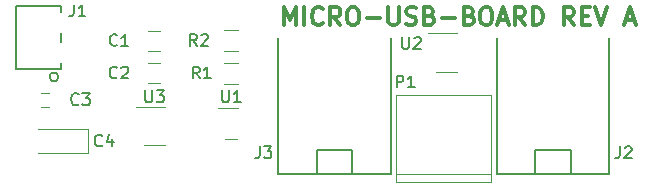
<source format=gbr>
G04 #@! TF.FileFunction,Legend,Top*
%FSLAX46Y46*%
G04 Gerber Fmt 4.6, Leading zero omitted, Abs format (unit mm)*
G04 Created by KiCad (PCBNEW 4.0.6) date 04/12/18 14:55:29*
%MOMM*%
%LPD*%
G01*
G04 APERTURE LIST*
%ADD10C,0.100000*%
%ADD11C,0.300000*%
%ADD12C,0.120000*%
%ADD13C,0.152400*%
%ADD14C,0.150000*%
G04 APERTURE END LIST*
D10*
D11*
X136714286Y-102678571D02*
X136714286Y-101178571D01*
X137214286Y-102250000D01*
X137714286Y-101178571D01*
X137714286Y-102678571D01*
X138428572Y-102678571D02*
X138428572Y-101178571D01*
X140000001Y-102535714D02*
X139928572Y-102607143D01*
X139714286Y-102678571D01*
X139571429Y-102678571D01*
X139357144Y-102607143D01*
X139214286Y-102464286D01*
X139142858Y-102321429D01*
X139071429Y-102035714D01*
X139071429Y-101821429D01*
X139142858Y-101535714D01*
X139214286Y-101392857D01*
X139357144Y-101250000D01*
X139571429Y-101178571D01*
X139714286Y-101178571D01*
X139928572Y-101250000D01*
X140000001Y-101321429D01*
X141500001Y-102678571D02*
X141000001Y-101964286D01*
X140642858Y-102678571D02*
X140642858Y-101178571D01*
X141214286Y-101178571D01*
X141357144Y-101250000D01*
X141428572Y-101321429D01*
X141500001Y-101464286D01*
X141500001Y-101678571D01*
X141428572Y-101821429D01*
X141357144Y-101892857D01*
X141214286Y-101964286D01*
X140642858Y-101964286D01*
X142428572Y-101178571D02*
X142714286Y-101178571D01*
X142857144Y-101250000D01*
X143000001Y-101392857D01*
X143071429Y-101678571D01*
X143071429Y-102178571D01*
X143000001Y-102464286D01*
X142857144Y-102607143D01*
X142714286Y-102678571D01*
X142428572Y-102678571D01*
X142285715Y-102607143D01*
X142142858Y-102464286D01*
X142071429Y-102178571D01*
X142071429Y-101678571D01*
X142142858Y-101392857D01*
X142285715Y-101250000D01*
X142428572Y-101178571D01*
X143714287Y-102107143D02*
X144857144Y-102107143D01*
X145571430Y-101178571D02*
X145571430Y-102392857D01*
X145642858Y-102535714D01*
X145714287Y-102607143D01*
X145857144Y-102678571D01*
X146142858Y-102678571D01*
X146285716Y-102607143D01*
X146357144Y-102535714D01*
X146428573Y-102392857D01*
X146428573Y-101178571D01*
X147071430Y-102607143D02*
X147285716Y-102678571D01*
X147642859Y-102678571D01*
X147785716Y-102607143D01*
X147857145Y-102535714D01*
X147928573Y-102392857D01*
X147928573Y-102250000D01*
X147857145Y-102107143D01*
X147785716Y-102035714D01*
X147642859Y-101964286D01*
X147357145Y-101892857D01*
X147214287Y-101821429D01*
X147142859Y-101750000D01*
X147071430Y-101607143D01*
X147071430Y-101464286D01*
X147142859Y-101321429D01*
X147214287Y-101250000D01*
X147357145Y-101178571D01*
X147714287Y-101178571D01*
X147928573Y-101250000D01*
X149071430Y-101892857D02*
X149285716Y-101964286D01*
X149357144Y-102035714D01*
X149428573Y-102178571D01*
X149428573Y-102392857D01*
X149357144Y-102535714D01*
X149285716Y-102607143D01*
X149142858Y-102678571D01*
X148571430Y-102678571D01*
X148571430Y-101178571D01*
X149071430Y-101178571D01*
X149214287Y-101250000D01*
X149285716Y-101321429D01*
X149357144Y-101464286D01*
X149357144Y-101607143D01*
X149285716Y-101750000D01*
X149214287Y-101821429D01*
X149071430Y-101892857D01*
X148571430Y-101892857D01*
X150071430Y-102107143D02*
X151214287Y-102107143D01*
X152428573Y-101892857D02*
X152642859Y-101964286D01*
X152714287Y-102035714D01*
X152785716Y-102178571D01*
X152785716Y-102392857D01*
X152714287Y-102535714D01*
X152642859Y-102607143D01*
X152500001Y-102678571D01*
X151928573Y-102678571D01*
X151928573Y-101178571D01*
X152428573Y-101178571D01*
X152571430Y-101250000D01*
X152642859Y-101321429D01*
X152714287Y-101464286D01*
X152714287Y-101607143D01*
X152642859Y-101750000D01*
X152571430Y-101821429D01*
X152428573Y-101892857D01*
X151928573Y-101892857D01*
X153714287Y-101178571D02*
X154000001Y-101178571D01*
X154142859Y-101250000D01*
X154285716Y-101392857D01*
X154357144Y-101678571D01*
X154357144Y-102178571D01*
X154285716Y-102464286D01*
X154142859Y-102607143D01*
X154000001Y-102678571D01*
X153714287Y-102678571D01*
X153571430Y-102607143D01*
X153428573Y-102464286D01*
X153357144Y-102178571D01*
X153357144Y-101678571D01*
X153428573Y-101392857D01*
X153571430Y-101250000D01*
X153714287Y-101178571D01*
X154928573Y-102250000D02*
X155642859Y-102250000D01*
X154785716Y-102678571D02*
X155285716Y-101178571D01*
X155785716Y-102678571D01*
X157142859Y-102678571D02*
X156642859Y-101964286D01*
X156285716Y-102678571D02*
X156285716Y-101178571D01*
X156857144Y-101178571D01*
X157000002Y-101250000D01*
X157071430Y-101321429D01*
X157142859Y-101464286D01*
X157142859Y-101678571D01*
X157071430Y-101821429D01*
X157000002Y-101892857D01*
X156857144Y-101964286D01*
X156285716Y-101964286D01*
X157785716Y-102678571D02*
X157785716Y-101178571D01*
X158142859Y-101178571D01*
X158357144Y-101250000D01*
X158500002Y-101392857D01*
X158571430Y-101535714D01*
X158642859Y-101821429D01*
X158642859Y-102035714D01*
X158571430Y-102321429D01*
X158500002Y-102464286D01*
X158357144Y-102607143D01*
X158142859Y-102678571D01*
X157785716Y-102678571D01*
X161285716Y-102678571D02*
X160785716Y-101964286D01*
X160428573Y-102678571D02*
X160428573Y-101178571D01*
X161000001Y-101178571D01*
X161142859Y-101250000D01*
X161214287Y-101321429D01*
X161285716Y-101464286D01*
X161285716Y-101678571D01*
X161214287Y-101821429D01*
X161142859Y-101892857D01*
X161000001Y-101964286D01*
X160428573Y-101964286D01*
X161928573Y-101892857D02*
X162428573Y-101892857D01*
X162642859Y-102678571D02*
X161928573Y-102678571D01*
X161928573Y-101178571D01*
X162642859Y-101178571D01*
X163071430Y-101178571D02*
X163571430Y-102678571D01*
X164071430Y-101178571D01*
X165642858Y-102250000D02*
X166357144Y-102250000D01*
X165500001Y-102678571D02*
X166000001Y-101178571D01*
X166500001Y-102678571D01*
D12*
X146250000Y-115950000D02*
X154250000Y-115950000D01*
X146250000Y-108630000D02*
X154250000Y-108630000D01*
X154250000Y-108630000D02*
X154250000Y-115950000D01*
X154250000Y-115330000D02*
X146250000Y-115330000D01*
X146250000Y-115950000D02*
X146250000Y-108630000D01*
X126250000Y-103150000D02*
X125250000Y-103150000D01*
X125250000Y-104850000D02*
X126250000Y-104850000D01*
X125250000Y-107600000D02*
X126250000Y-107600000D01*
X126250000Y-105900000D02*
X125250000Y-105900000D01*
X116850000Y-109600000D02*
X116150000Y-109600000D01*
X116150000Y-108400000D02*
X116850000Y-108400000D01*
X120150000Y-113550000D02*
X115900000Y-113550000D01*
X120150000Y-111450000D02*
X115900000Y-111450000D01*
X120150000Y-113550000D02*
X120150000Y-111450000D01*
D13*
X117885000Y-106437000D02*
X117885000Y-105931757D01*
X117885000Y-101103000D02*
X114075000Y-101103000D01*
X114075000Y-101103000D02*
X114075000Y-106437000D01*
X114075000Y-106437000D02*
X117885000Y-106437000D01*
X117885000Y-104148243D02*
X117885000Y-103391757D01*
X117885000Y-101608243D02*
X117885000Y-101103000D01*
X117631000Y-107072000D02*
G75*
G03X117631000Y-107072000I-381000J0D01*
G01*
D12*
X131650000Y-105870000D02*
X132850000Y-105870000D01*
X132850000Y-107630000D02*
X131650000Y-107630000D01*
X131650000Y-103120000D02*
X132850000Y-103120000D01*
X132850000Y-104880000D02*
X131650000Y-104880000D01*
X132850000Y-109700000D02*
X131160000Y-109700000D01*
D10*
X132750000Y-112300000D02*
X131750000Y-112300000D01*
D12*
X149600000Y-106610000D02*
X151400000Y-106610000D01*
X151400000Y-103390000D02*
X148950000Y-103390000D01*
X124850000Y-112860000D02*
X126650000Y-112860000D01*
X126650000Y-109640000D02*
X124200000Y-109640000D01*
D14*
X158000000Y-115250000D02*
X158000000Y-113250000D01*
X158000000Y-113250000D02*
X161000000Y-113250000D01*
X161000000Y-113250000D02*
X161000000Y-115250000D01*
X154750000Y-115250000D02*
X164250000Y-115250000D01*
X164250000Y-115250000D02*
X164250000Y-103750000D01*
X154750000Y-115250000D02*
X154750000Y-103750000D01*
X139500000Y-115250000D02*
X139500000Y-113250000D01*
X139500000Y-113250000D02*
X142500000Y-113250000D01*
X142500000Y-113250000D02*
X142500000Y-115250000D01*
X136250000Y-115250000D02*
X145750000Y-115250000D01*
X145750000Y-115250000D02*
X145750000Y-103750000D01*
X136250000Y-115250000D02*
X136250000Y-103750000D01*
X146261905Y-107952381D02*
X146261905Y-106952381D01*
X146642858Y-106952381D01*
X146738096Y-107000000D01*
X146785715Y-107047619D01*
X146833334Y-107142857D01*
X146833334Y-107285714D01*
X146785715Y-107380952D01*
X146738096Y-107428571D01*
X146642858Y-107476190D01*
X146261905Y-107476190D01*
X147785715Y-107952381D02*
X147214286Y-107952381D01*
X147500000Y-107952381D02*
X147500000Y-106952381D01*
X147404762Y-107095238D01*
X147309524Y-107190476D01*
X147214286Y-107238095D01*
X122583334Y-104357143D02*
X122535715Y-104404762D01*
X122392858Y-104452381D01*
X122297620Y-104452381D01*
X122154762Y-104404762D01*
X122059524Y-104309524D01*
X122011905Y-104214286D01*
X121964286Y-104023810D01*
X121964286Y-103880952D01*
X122011905Y-103690476D01*
X122059524Y-103595238D01*
X122154762Y-103500000D01*
X122297620Y-103452381D01*
X122392858Y-103452381D01*
X122535715Y-103500000D01*
X122583334Y-103547619D01*
X123535715Y-104452381D02*
X122964286Y-104452381D01*
X123250000Y-104452381D02*
X123250000Y-103452381D01*
X123154762Y-103595238D01*
X123059524Y-103690476D01*
X122964286Y-103738095D01*
X122583334Y-107107143D02*
X122535715Y-107154762D01*
X122392858Y-107202381D01*
X122297620Y-107202381D01*
X122154762Y-107154762D01*
X122059524Y-107059524D01*
X122011905Y-106964286D01*
X121964286Y-106773810D01*
X121964286Y-106630952D01*
X122011905Y-106440476D01*
X122059524Y-106345238D01*
X122154762Y-106250000D01*
X122297620Y-106202381D01*
X122392858Y-106202381D01*
X122535715Y-106250000D01*
X122583334Y-106297619D01*
X122964286Y-106297619D02*
X123011905Y-106250000D01*
X123107143Y-106202381D01*
X123345239Y-106202381D01*
X123440477Y-106250000D01*
X123488096Y-106297619D01*
X123535715Y-106392857D01*
X123535715Y-106488095D01*
X123488096Y-106630952D01*
X122916667Y-107202381D01*
X123535715Y-107202381D01*
X119333334Y-109357143D02*
X119285715Y-109404762D01*
X119142858Y-109452381D01*
X119047620Y-109452381D01*
X118904762Y-109404762D01*
X118809524Y-109309524D01*
X118761905Y-109214286D01*
X118714286Y-109023810D01*
X118714286Y-108880952D01*
X118761905Y-108690476D01*
X118809524Y-108595238D01*
X118904762Y-108500000D01*
X119047620Y-108452381D01*
X119142858Y-108452381D01*
X119285715Y-108500000D01*
X119333334Y-108547619D01*
X119666667Y-108452381D02*
X120285715Y-108452381D01*
X119952381Y-108833333D01*
X120095239Y-108833333D01*
X120190477Y-108880952D01*
X120238096Y-108928571D01*
X120285715Y-109023810D01*
X120285715Y-109261905D01*
X120238096Y-109357143D01*
X120190477Y-109404762D01*
X120095239Y-109452381D01*
X119809524Y-109452381D01*
X119714286Y-109404762D01*
X119666667Y-109357143D01*
X121333334Y-112857143D02*
X121285715Y-112904762D01*
X121142858Y-112952381D01*
X121047620Y-112952381D01*
X120904762Y-112904762D01*
X120809524Y-112809524D01*
X120761905Y-112714286D01*
X120714286Y-112523810D01*
X120714286Y-112380952D01*
X120761905Y-112190476D01*
X120809524Y-112095238D01*
X120904762Y-112000000D01*
X121047620Y-111952381D01*
X121142858Y-111952381D01*
X121285715Y-112000000D01*
X121333334Y-112047619D01*
X122190477Y-112285714D02*
X122190477Y-112952381D01*
X121952381Y-111904762D02*
X121714286Y-112619048D01*
X122333334Y-112619048D01*
X118916667Y-100952381D02*
X118916667Y-101666667D01*
X118869047Y-101809524D01*
X118773809Y-101904762D01*
X118630952Y-101952381D01*
X118535714Y-101952381D01*
X119916667Y-101952381D02*
X119345238Y-101952381D01*
X119630952Y-101952381D02*
X119630952Y-100952381D01*
X119535714Y-101095238D01*
X119440476Y-101190476D01*
X119345238Y-101238095D01*
X129583334Y-107202381D02*
X129250000Y-106726190D01*
X129011905Y-107202381D02*
X129011905Y-106202381D01*
X129392858Y-106202381D01*
X129488096Y-106250000D01*
X129535715Y-106297619D01*
X129583334Y-106392857D01*
X129583334Y-106535714D01*
X129535715Y-106630952D01*
X129488096Y-106678571D01*
X129392858Y-106726190D01*
X129011905Y-106726190D01*
X130535715Y-107202381D02*
X129964286Y-107202381D01*
X130250000Y-107202381D02*
X130250000Y-106202381D01*
X130154762Y-106345238D01*
X130059524Y-106440476D01*
X129964286Y-106488095D01*
X129333334Y-104452381D02*
X129000000Y-103976190D01*
X128761905Y-104452381D02*
X128761905Y-103452381D01*
X129142858Y-103452381D01*
X129238096Y-103500000D01*
X129285715Y-103547619D01*
X129333334Y-103642857D01*
X129333334Y-103785714D01*
X129285715Y-103880952D01*
X129238096Y-103928571D01*
X129142858Y-103976190D01*
X128761905Y-103976190D01*
X129714286Y-103547619D02*
X129761905Y-103500000D01*
X129857143Y-103452381D01*
X130095239Y-103452381D01*
X130190477Y-103500000D01*
X130238096Y-103547619D01*
X130285715Y-103642857D01*
X130285715Y-103738095D01*
X130238096Y-103880952D01*
X129666667Y-104452381D01*
X130285715Y-104452381D01*
X131488095Y-108202381D02*
X131488095Y-109011905D01*
X131535714Y-109107143D01*
X131583333Y-109154762D01*
X131678571Y-109202381D01*
X131869048Y-109202381D01*
X131964286Y-109154762D01*
X132011905Y-109107143D01*
X132059524Y-109011905D01*
X132059524Y-108202381D01*
X133059524Y-109202381D02*
X132488095Y-109202381D01*
X132773809Y-109202381D02*
X132773809Y-108202381D01*
X132678571Y-108345238D01*
X132583333Y-108440476D01*
X132488095Y-108488095D01*
X146738095Y-103702381D02*
X146738095Y-104511905D01*
X146785714Y-104607143D01*
X146833333Y-104654762D01*
X146928571Y-104702381D01*
X147119048Y-104702381D01*
X147214286Y-104654762D01*
X147261905Y-104607143D01*
X147309524Y-104511905D01*
X147309524Y-103702381D01*
X147738095Y-103797619D02*
X147785714Y-103750000D01*
X147880952Y-103702381D01*
X148119048Y-103702381D01*
X148214286Y-103750000D01*
X148261905Y-103797619D01*
X148309524Y-103892857D01*
X148309524Y-103988095D01*
X148261905Y-104130952D01*
X147690476Y-104702381D01*
X148309524Y-104702381D01*
X124988095Y-108202381D02*
X124988095Y-109011905D01*
X125035714Y-109107143D01*
X125083333Y-109154762D01*
X125178571Y-109202381D01*
X125369048Y-109202381D01*
X125464286Y-109154762D01*
X125511905Y-109107143D01*
X125559524Y-109011905D01*
X125559524Y-108202381D01*
X125940476Y-108202381D02*
X126559524Y-108202381D01*
X126226190Y-108583333D01*
X126369048Y-108583333D01*
X126464286Y-108630952D01*
X126511905Y-108678571D01*
X126559524Y-108773810D01*
X126559524Y-109011905D01*
X126511905Y-109107143D01*
X126464286Y-109154762D01*
X126369048Y-109202381D01*
X126083333Y-109202381D01*
X125988095Y-109154762D01*
X125940476Y-109107143D01*
X165166667Y-112952381D02*
X165166667Y-113666667D01*
X165119047Y-113809524D01*
X165023809Y-113904762D01*
X164880952Y-113952381D01*
X164785714Y-113952381D01*
X165595238Y-113047619D02*
X165642857Y-113000000D01*
X165738095Y-112952381D01*
X165976191Y-112952381D01*
X166071429Y-113000000D01*
X166119048Y-113047619D01*
X166166667Y-113142857D01*
X166166667Y-113238095D01*
X166119048Y-113380952D01*
X165547619Y-113952381D01*
X166166667Y-113952381D01*
X134666667Y-112952381D02*
X134666667Y-113666667D01*
X134619047Y-113809524D01*
X134523809Y-113904762D01*
X134380952Y-113952381D01*
X134285714Y-113952381D01*
X135047619Y-112952381D02*
X135666667Y-112952381D01*
X135333333Y-113333333D01*
X135476191Y-113333333D01*
X135571429Y-113380952D01*
X135619048Y-113428571D01*
X135666667Y-113523810D01*
X135666667Y-113761905D01*
X135619048Y-113857143D01*
X135571429Y-113904762D01*
X135476191Y-113952381D01*
X135190476Y-113952381D01*
X135095238Y-113904762D01*
X135047619Y-113857143D01*
M02*

</source>
